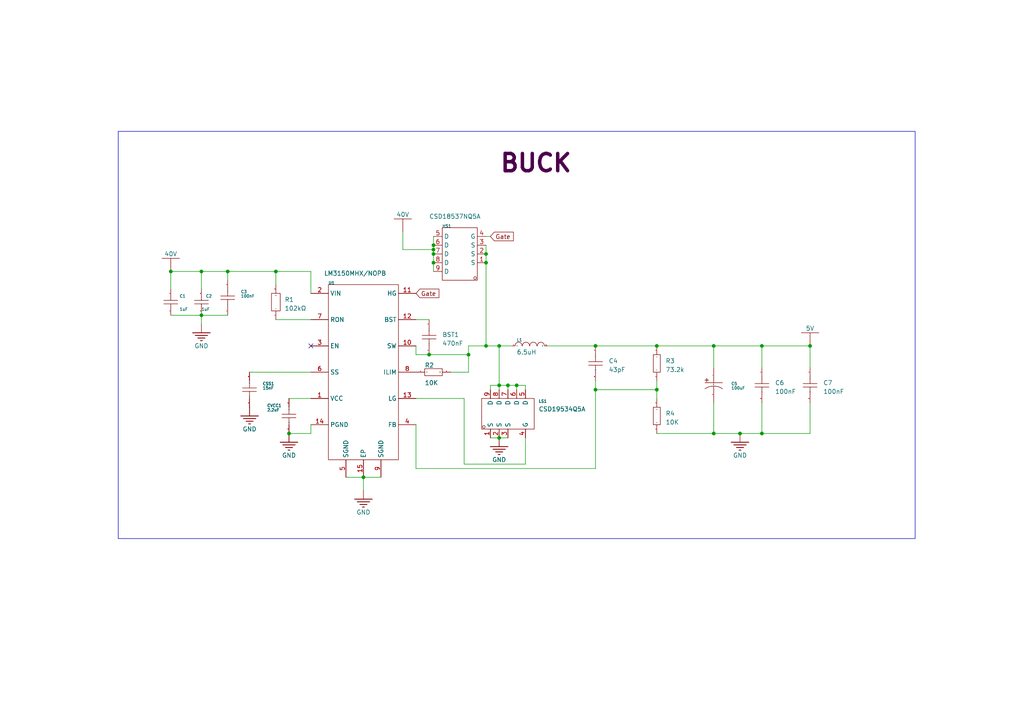
<source format=kicad_sch>
(kicad_sch (version 20231120) (generator "eeschema") (generator_version "8.0")
  (paper "A4")
  (lib_symbols
    (symbol "Power-VCC_1" (power) (pin_numbers hide) (pin_names hide)
      (property "Value" "VCC" (at 0 5.08 0))
      (symbol "Power-VCC_1_1_0"
        (polyline (pts (xy -2.54 3.81) (xy 2.54 3.81)))
        (polyline (pts (xy 0 3.81) (xy 0 1.27)))
        (pin power_in line (at 0 0 90) (length 1.27) (name "5V") (number "1"))
      )
    )
    (symbol "finalhand-easyedapro:CAP"
      (symbol "CAP_1_0"
        (polyline (pts (xy -2.54 0) (xy -0.508 0)))
        (polyline (pts (xy -0.508 -2.032) (xy -0.508 2.032)))
        (polyline (pts (xy 0.508 0) (xy 2.54 0)))
        (polyline (pts (xy 0.508 2.032) (xy 0.508 -2.032)))
        (pin input line (at 5.08 0 180) (length 2.54) (name "1") (number "1"))
        (pin input line (at -5.08 0 0) (length 2.54) (name "2") (number "2"))
      )
    )
    (symbol "finalhand-easyedapro:CRCW0805102KFKEA"
      (property "Reference" "R?" (at 0 0 0))
      (symbol "CRCW0805102KFKEA_1_0"
        (rectangle (start -2.54 -1.27) (end 2.54 1.27))
        (pin unspecified line (at -5.08 0 0) (length 2.54) (name "1") (number "1"))
        (pin unspecified line (at 5.08 0 180) (length 2.54) (name "2") (number "2"))
      )
    )
    (symbol "finalhand-easyedapro:CSD18537NQ5A"
      (property "Reference" "Q?" (at 0 0 0))
      (symbol "CSD18537NQ5A_1_0"
        (rectangle (start -5.08 -7.62) (end 5.08 7.62))
        (circle (center -4.445 6.985) (radius 0.381))
        (pin input line (at -7.62 2.54 0) (length 2.54) (name "S") (number "1"))
        (pin input line (at -7.62 0 0) (length 2.54) (name "S") (number "2"))
        (pin input line (at -7.62 -2.54 0) (length 2.54) (name "S") (number "3"))
        (pin input line (at -7.62 -5.08 0) (length 2.54) (name "G") (number "4"))
        (pin input line (at 7.62 -5.08 180) (length 2.54) (name "D") (number "5"))
        (pin input line (at 7.62 -2.54 180) (length 2.54) (name "D") (number "6"))
        (pin input line (at 7.62 0 180) (length 2.54) (name "D") (number "7"))
        (pin input line (at 7.62 2.54 180) (length 2.54) (name "D") (number "8"))
        (pin input line (at 7.62 5.08 180) (length 2.54) (name "D") (number "9"))
      )
    )
    (symbol "finalhand-easyedapro:CSD19534Q5A"
      (symbol "CSD19534Q5A_1_0"
        (rectangle (start -3.81 5.08) (end 5.08 -10.16))
        (circle (center -3.175 4.445) (radius 0.381))
        (pin input line (at -6.35 2.54 0) (length 2.54) (name "S") (number "1"))
        (pin input line (at -6.35 0 0) (length 2.54) (name "S") (number "2"))
        (pin input line (at -6.35 -2.54 0) (length 2.54) (name "S") (number "3"))
        (pin input line (at -6.35 -7.62 0) (length 2.54) (name "G") (number "4"))
        (pin input line (at 7.62 -7.62 180) (length 2.54) (name "D") (number "5"))
        (pin input line (at 7.62 -5.08 180) (length 2.54) (name "D") (number "6"))
        (pin input line (at 7.62 -2.54 180) (length 2.54) (name "D") (number "7"))
        (pin input line (at 7.62 0 180) (length 2.54) (name "D") (number "8"))
        (pin input line (at 7.5946 2.54 180) (length 2.54) (name "D") (number "9"))
      )
    )
    (symbol "finalhand-easyedapro:EEFCX0J101R"
      (property "Reference" "C?" (at 0 0 0))
      (symbol "EEFCX0J101R_1_0"
        (rectangle (start -2.032 -2.032) (end -1.016 -2.0066))
        (rectangle (start -1.524 -2.54) (end -1.4986 -1.524))
        (polyline (pts (xy -0.762 -2.54) (xy -0.762 2.54)))
        (arc (start 0.254 0) (mid 0.4113 -1.3371) (end 1.016 -2.54))
        (arc (start 1.016 2.54) (mid 0.4113 1.3371) (end 0.254 0))
        (pin input line (at -5.08 0 0) (length 4.318) (name "1") (number "1"))
        (pin input line (at 5.08 0 180) (length 4.826) (name "2") (number "2"))
      )
    )
    (symbol "finalhand-easyedapro:GRM188R72A104KA35D"
      (property "Reference" "C?" (at 0 0 0))
      (symbol "GRM188R72A104KA35D_1_0"
        (polyline (pts (xy -0.508 -2.032) (xy -0.508 2.032)))
        (polyline (pts (xy -0.508 0) (xy -2.54 0)))
        (polyline (pts (xy 0.508 2.032) (xy 0.508 -2.032)))
        (polyline (pts (xy 2.54 0) (xy 0.508 0)))
        (pin input line (at -5.08 0 0) (length 2.54) (name "1") (number "1"))
        (pin input line (at 5.08 0 180) (length 2.54) (name "2") (number "2"))
      )
    )
    (symbol "finalhand-easyedapro:GRM2195C1H153JA01D"
      (property "Reference" "C?" (at 0 0 0))
      (symbol "GRM2195C1H153JA01D_1_0"
        (polyline (pts (xy -0.508 -2.032) (xy -0.508 2.032)))
        (polyline (pts (xy -0.508 0) (xy -2.54 0)))
        (polyline (pts (xy 0.508 2.032) (xy 0.508 -2.032)))
        (polyline (pts (xy 2.54 0) (xy 0.508 0)))
        (pin input line (at -5.08 0 0) (length 2.54) (name "1") (number "1"))
        (pin input line (at 5.08 0 180) (length 2.54) (name "2") (number "2"))
      )
    )
    (symbol "finalhand-easyedapro:GRM21BR71A225KA01L"
      (property "Reference" "C?" (at 0 0 0))
      (symbol "GRM21BR71A225KA01L_1_0"
        (polyline (pts (xy -0.508 -2.032) (xy -0.508 2.032)))
        (polyline (pts (xy -0.508 0) (xy -2.54 0)))
        (polyline (pts (xy 0.508 2.032) (xy 0.508 -2.032)))
        (polyline (pts (xy 2.54 0) (xy 0.508 0)))
        (pin input line (at -5.08 0 0) (length 2.54) (name "1") (number "1"))
        (pin input line (at 5.08 0 180) (length 2.54) (name "2") (number "2"))
      )
    )
    (symbol "finalhand-easyedapro:GRM31CR72A105KA01L"
      (property "Reference" "C?" (at 0 0 0))
      (symbol "GRM31CR72A105KA01L_1_0"
        (polyline (pts (xy -1.27 0) (xy -0.508 0)))
        (polyline (pts (xy -0.508 2.032) (xy -0.508 -2.032)))
        (polyline (pts (xy 0.508 0) (xy 1.27 0)))
        (polyline (pts (xy 0.508 2.032) (xy 0.508 -2.032)))
        (pin input line (at -3.81 0 0) (length 2.54) (name "1") (number "1"))
        (pin input line (at 3.81 0 180) (length 2.54) (name "2") (number "2"))
      )
    )
    (symbol "finalhand-easyedapro:Ground-GND" (power) (pin_numbers hide) (pin_names hide)
      (property "Value" "GND" (at 0 -6.35 0))
      (symbol "Ground-GND_1_0"
        (polyline (pts (xy -2.54 -2.54) (xy 2.54 -2.54)) (stroke (width 0.254)))
        (polyline (pts (xy -1.778 -3.302) (xy 1.778 -3.302)) (stroke (width 0.254)))
        (polyline (pts (xy -1.016 -4.064) (xy 1.016 -4.064)) (stroke (width 0.254)))
        (polyline (pts (xy -0.254 -4.826) (xy 0.254 -4.826)) (stroke (width 0.254)))
        (pin power_in line (at 0 0 270) (length 2.54) (name "") (number "1"))
      )
    )
    (symbol "finalhand-easyedapro:LM3150MHX"
      (symbol "LM3150MHX_1_0"
        (rectangle (start -10.16 17.78) (end 10.16 -33.02))
        (pin input line (at -15.24 -15.24 0) (length 5.08) (name "VCC") (number "1"))
        (pin input line (at 15.24 0 180) (length 5.08) (name "SW") (number "10"))
        (pin input line (at 15.24 15.24 180) (length 5.08) (name "HG") (number "11"))
        (pin input line (at 15.24 7.62 180) (length 5.08) (name "BST") (number "12"))
        (pin input line (at 15.24 -15.24 180) (length 5.08) (name "LG") (number "13"))
        (pin input line (at -15.24 -22.86 0) (length 5.08) (name "PGND") (number "14"))
        (pin input line (at 0 -38.1 90) (length 5.08) (name "EP") (number "15"))
        (pin input line (at -15.24 15.24 0) (length 5.08) (name "VIN") (number "2"))
        (pin input line (at -15.24 0 0) (length 5.08) (name "EN") (number "3"))
        (pin input line (at 15.24 -22.86 180) (length 5.08) (name "FB") (number "4"))
        (pin input line (at -5.08 -38.1 90) (length 5.08) (name "SGND") (number "5"))
        (pin input line (at -15.24 -7.62 0) (length 5.08) (name "SS") (number "6"))
        (pin input line (at -15.24 7.62 0) (length 5.08) (name "RON") (number "7"))
        (pin input line (at 15.24 -7.62 180) (length 5.08) (name "ILIM") (number "8"))
        (pin input line (at 5.08 -38.1 90) (length 5.08) (name "SGND") (number "9"))
      )
    )
    (symbol "finalhand-easyedapro:Power-VCC" (power) (pin_numbers hide) (pin_names hide)
      (property "Value" "VCC" (at 0 5.08 0))
      (symbol "Power-VCC_1_0"
        (polyline (pts (xy -2.54 3.81) (xy 2.54 3.81)))
        (polyline (pts (xy 0 3.81) (xy 0 1.27)))
        (pin power_in line (at 0 0 90) (length 1.27) (name "VARM") (number "1"))
      )
    )
    (symbol "finalhand-easyedapro:Res"
      (symbol "Res_1_0"
        (rectangle (start -2.54 1.016) (end 2.54 -1.016))
        (pin input line (at -5.08 0 0) (length 2.54) (name "1") (number "1"))
        (pin input line (at 5.08 0 180) (length 2.54) (name "2") (number "2"))
      )
    )
    (symbol "finalhand-easyedapro:SRR1208-6R5ML"
      (property "Reference" "D?" (at 0 0 0))
      (symbol "SRR1208-6R5ML_1_0"
        (polyline (pts (xy -4.2672 0) (xy -4.2164 0.4318) (xy -4.2164 0.4318) (xy -4.0132 0.7874) (xy -4.0132 0.7874) (xy -3.6576 1.016) (xy -3.6576 1.016) (xy -3.2512 1.0922) (xy -3.2512 1.0922) (xy -2.8702 1.016) (xy -2.8702 1.016) (xy -2.5146 0.7874) (xy -2.5146 0.7874) (xy -2.3114 0.4064) (xy -2.3114 0.4064) (xy -2.2606 0)))
        (polyline (pts (xy -2.1082 0) (xy -2.0828 0.4318) (xy -2.0828 0.4318) (xy -1.8542 0.7874) (xy -1.8542 0.7874) (xy -1.524 1.016) (xy -1.524 1.016) (xy -1.1176 1.0922) (xy -1.1176 1.0922) (xy -0.7112 1.016) (xy -0.7112 1.016) (xy -0.3556 0.7874) (xy -0.3556 0.7874) (xy -0.1524 0.4318) (xy -0.1524 0.4318) (xy -0.1016 0)))
        (polyline (pts (xy 0 0) (xy 0.0508 0.4318) (xy 0.0508 0.4318) (xy 0.2794 0.7874) (xy 0.2794 0.7874) (xy 0.6096 1.016) (xy 0.6096 1.016) (xy 1.016 1.0922) (xy 1.016 1.0922) (xy 1.4224 1.016) (xy 1.4224 1.016) (xy 1.7526 0.7874) (xy 1.7526 0.7874) (xy 1.9812 0.4318) (xy 1.9812 0.4318) (xy 2.032 0)))
        (polyline (pts (xy 2.2098 0) (xy 2.2606 0.4064) (xy 2.2606 0.4064) (xy 2.4638 0.762) (xy 2.4638 0.762) (xy 2.8194 0.9906) (xy 2.8194 0.9906) (xy 3.2004 1.0922) (xy 3.2004 1.0922) (xy 3.6068 0.9906) (xy 3.6068 0.9906) (xy 3.9624 0.762) (xy 3.9624 0.762) (xy 4.1656 0.4064) (xy 4.1656 0.4064) (xy 4.2164 0)))
        (pin input line (at -5.08 0 0) (length 0.762) (name "1") (number "1"))
        (pin input line (at 5.08 0 180) (length 0.762) (name "2") (number "2"))
      )
    )
  )
  (junction (at 190.5 100.33))
  (junction (at 80.01 78.74))
  (junction (at 140.97 73.66))
  (junction (at 140.97 100.33))
  (junction (at 105.41 138.43))
  (junction (at 190.5 113.03))
  (junction (at 125.73 71.12))
  (junction (at 58.42 91.44))
  (junction (at 125.73 76.2))
  (junction (at 172.72 100.33))
  (junction (at 144.78 100.33))
  (junction (at 149.86 111.76))
  (junction (at 207.01 125.73))
  (junction (at 207.01 100.33))
  (junction (at 49.53 78.74))
  (junction (at 140.97 76.2))
  (junction (at 147.32 111.76))
  (junction (at 125.73 72.39))
  (junction (at 66.04 78.74))
  (junction (at 135.89 102.87))
  (junction (at 144.78 111.76))
  (junction (at 83.82 125.73))
  (junction (at 220.98 100.33))
  (junction (at 172.72 113.03))
  (junction (at 220.98 125.73))
  (junction (at 58.42 78.74))
  (junction (at 125.73 73.66))
  (junction (at 234.95 100.33))
  (junction (at 144.78 127))
  (junction (at 214.63 125.73))
  (junction (at 124.46 102.87))
  (no_connect (at 90.17 100.33))
  (wire (pts (xy 220.98 100.33) (xy 220.98 106.68)))
  (wire (pts (xy 207.01 116.84) (xy 207.01 125.73)))
  (wire (pts (xy 116.84 67.31) (xy 116.84 72.39)))
  (wire (pts (xy 125.73 72.39) (xy 116.84 72.39)))
  (wire (pts (xy 144.78 100.33) (xy 144.78 111.76)))
  (wire (pts (xy 207.01 100.33) (xy 220.98 100.33)))
  (wire (pts (xy 125.73 73.66) (xy 125.73 76.2)))
  (wire (pts (xy 172.72 135.89) (xy 120.65 135.89)))
  (wire (pts (xy 140.97 71.12) (xy 140.97 73.66)))
  (wire (pts (xy 58.42 78.74) (xy 66.04 78.74)))
  (wire (pts (xy 80.01 78.74) (xy 80.01 82.55)))
  (wire (pts (xy 207.01 100.33) (xy 207.01 106.68)))
  (wire (pts (xy 207.01 125.73) (xy 190.5 125.73)))
  (wire (pts (xy 220.98 125.73) (xy 234.95 125.73)))
  (wire (pts (xy 152.4 111.76) (xy 149.86 111.76)))
  (wire (pts (xy 140.97 73.66) (xy 140.97 76.2)))
  (wire (pts (xy 144.78 127) (xy 147.32 127)))
  (wire (pts (xy 172.72 100.33) (xy 158.75 100.33)))
  (wire (pts (xy 207.01 100.33) (xy 190.5 100.33)))
  (wire (pts (xy 83.82 115.5954) (xy 90.17 115.57)))
  (wire (pts (xy 125.73 71.12) (xy 125.73 72.39)))
  (wire (pts (xy 190.5 110.49) (xy 190.5 113.03)))
  (wire (pts (xy 120.65 102.87) (xy 124.46 102.87)))
  (wire (pts (xy 105.41 138.43) (xy 100.33 138.43)))
  (wire (pts (xy 124.46 102.87) (xy 135.89 102.87)))
  (wire (pts (xy 144.78 100.33) (xy 140.97 100.33)))
  (wire (pts (xy 147.32 111.76) (xy 144.78 111.76)))
  (wire (pts (xy 66.04 81.28) (xy 66.04 78.74)))
  (wire (pts (xy 125.73 76.2) (xy 125.73 78.74)))
  (wire (pts (xy 172.72 113.03) (xy 172.72 135.89)))
  (wire (pts (xy 120.65 123.19) (xy 120.65 135.89)))
  (wire (pts (xy 152.4 134.62) (xy 134.62 134.62)))
  (wire (pts (xy 172.72 113.03) (xy 190.5 113.03)))
  (wire (pts (xy 58.42 91.44) (xy 58.42 93.98)))
  (wire (pts (xy 90.17 78.74) (xy 90.17 85.09)))
  (wire (pts (xy 148.59 100.33) (xy 144.78 100.33)))
  (wire (pts (xy 152.4 111.76) (xy 152.4 113.03)))
  (wire (pts (xy 214.63 125.73) (xy 220.98 125.73)))
  (wire (pts (xy 135.89 102.87) (xy 135.89 100.33)))
  (wire (pts (xy 125.73 68.58) (xy 125.73 71.12)))
  (wire (pts (xy 234.95 125.73) (xy 234.95 116.84)))
  (wire (pts (xy 142.24 111.76) (xy 142.24 113.03)))
  (wire (pts (xy 83.82 125.73) (xy 90.17 125.73)))
  (wire (pts (xy 135.89 107.95) (xy 135.89 102.87)))
  (wire (pts (xy 220.98 125.73) (xy 220.98 116.84)))
  (wire (pts (xy 49.53 78.74) (xy 58.42 78.74)))
  (wire (pts (xy 134.62 115.57) (xy 134.62 134.62)))
  (wire (pts (xy 72.3646 107.95) (xy 90.17 107.95)))
  (wire (pts (xy 66.04 78.74) (xy 80.01 78.74)))
  (wire (pts (xy 234.95 100.33) (xy 220.98 100.33)))
  (wire (pts (xy 190.5 113.03) (xy 190.5 115.57)))
  (wire (pts (xy 49.53 78.74) (xy 49.53 83.82)))
  (wire (pts (xy 149.86 111.76) (xy 147.32 111.76)))
  (wire (pts (xy 140.97 76.2) (xy 140.97 100.33)))
  (wire (pts (xy 66.04 91.44) (xy 58.42 91.44)))
  (wire (pts (xy 144.78 111.76) (xy 144.78 113.03)))
  (wire (pts (xy 135.89 100.33) (xy 140.97 100.33)))
  (wire (pts (xy 190.5 100.33) (xy 172.72 100.33)))
  (wire (pts (xy 120.65 102.87) (xy 120.65 100.33)))
  (wire (pts (xy 58.42 83.82) (xy 58.42 78.74)))
  (wire (pts (xy 140.97 68.58) (xy 142.24 68.58)))
  (wire (pts (xy 58.42 91.44) (xy 49.53 91.44)))
  (wire (pts (xy 135.89 107.95) (xy 130.81 107.95)))
  (wire (pts (xy 125.73 72.39) (xy 125.73 73.66)))
  (wire (pts (xy 105.41 138.43) (xy 105.41 142.24)))
  (wire (pts (xy 142.24 127) (xy 144.78 127)))
  (wire (pts (xy 172.72 110.49) (xy 172.72 113.03)))
  (wire (pts (xy 234.95 100.33) (xy 234.95 106.68)))
  (wire (pts (xy 90.17 92.71) (xy 80.01 92.71)))
  (wire (pts (xy 207.01 125.73) (xy 214.63 125.73)))
  (wire (pts (xy 90.17 78.74) (xy 80.01 78.74)))
  (wire (pts (xy 120.65 92.71) (xy 124.46 92.71)))
  (wire (pts (xy 144.78 111.76) (xy 142.24 111.76)))
  (wire (pts (xy 105.41 138.43) (xy 110.49 138.43)))
  (wire (pts (xy 147.32 111.76) (xy 147.32 113.03)))
  (wire (pts (xy 134.62 115.57) (xy 120.65 115.57)))
  (wire (pts (xy 90.17 125.73) (xy 90.17 123.19)))
  (wire (pts (xy 152.4 134.62) (xy 152.4 127)))
  (wire (pts (xy 149.86 111.76) (xy 149.86 113.03)))
  (rectangle (start 34.29 38.1) (end 265.43 156.21))
  (text "BUCK" (at 155.448 47.498 0) (effects (font (size 5 5) (bold yes))))
  (global_label "Gate" (shape input) (at 120.65 85.09 0) (property "Intersheetrefs" "${INTERSHEET_REFS}" (effects (hide yes))))
  (global_label "Gate" (shape input) (at 142.24 68.58 0) (property "Intersheetrefs" "${INTERSHEET_REFS}" (effects (hide yes))))
  (symbol (lib_id "finalhand-easyedapro:SRR1208-6R5ML") (at 153.67 100.33 0) (unit 1) (on_board no)
    (property "Reference" "L1" (at 149.86 99.06 0) (effects (font (size 0.8382 0.8382)) (justify left bottom)))
    (property "Value" "6.5uH" (at 149.86 102.87 0) (effects (justify left bottom)))
    (property "Footprint" "finalhand-easyedapro:IND-SMD_L12.7-W12.7" (effects (hide yes)))
  )
  (symbol (lib_id "finalhand-easyedapro:CSD19534Q5A") (at 144.78 120.65 90) (unit 1) (on_board no)
    (property "Reference" "LS1" (at 156.21 116.84 90) (effects (font (size 0.8382 0.8382)) (justify right top)))
    (property "Value" "CSD19534Q5A" (at 156.21 119.38 90) (effects (justify right top)))
    (property "Footprint" "finalhand-easyedapro:POWERVDFN-8_L6.0-W5.0-P1.27-BL" (effects (hide yes)))
  )
  (symbol (lib_id "finalhand-easyedapro:CAP") (at 124.46 97.79 90) (unit 1) (on_board no)
    (property "Reference" "BST1" (at 128.27 97.79 90) (effects (justify right top)))
    (property "Value" "470nF" (at 128.27 100.33 90) (effects (justify right top)))
    (property "Footprint" "finalhand-easyedapro:C0402" (effects (hide yes)))
  )
  (symbol (lib_id "finalhand-easyedapro:GRM21BR71A225KA01L") (at 83.82 120.65 90) (unit 1) (on_board no)
    (property "Reference" "CVCC1" (at 77.47 118.11 90) (effects (font (size 0.8382 0.8382)) (justify right top)))
    (property "Value" "2.2uF" (at 77.47 119.38 90) (effects (font (size 0.8382 0.8382)) (justify right top)))
    (property "Footprint" "finalhand-easyedapro:C0805" (effects (hide yes)))
  )
  (symbol (lib_id "finalhand-easyedapro:Res") (at 190.5 105.41 90) (unit 1) (on_board no)
    (property "Reference" "R3" (at 193.04 105.41 90) (effects (justify right top)))
    (property "Value" "73.2k" (at 193.04 107.95 90) (effects (justify right top)))
    (property "Footprint" "finalhand-easyedapro:R0402" (effects (hide yes)))
  )
  (symbol (lib_id "finalhand-easyedapro:GRM188R72A104KA35D") (at 66.04 86.36 90) (unit 1) (on_board no)
    (property "Reference" "C3" (at 69.85 85.09 90) (effects (font (size 0.8382 0.8382)) (justify right top)))
    (property "Value" "100nF" (at 69.85 86.36 90) (effects (font (size 0.8382 0.8382)) (justify right top)))
    (property "Footprint" "finalhand-easyedapro:C0603" (effects (hide yes)))
  )
  (symbol (lib_id "finalhand-easyedapro:Power-VCC") (at 49.53 78.74 0) (unit 1)
    (property "Reference" "#PWR01" (effects (hide yes)))
    (property "Value" "40V" (at 49.53 73.66 0))
    (property "Footprint" "finalhand-easyedapro:" (effects (hide yes)))
    (property "Description" "Power symbol creates a global label with name 'VCC'" (effects (hide yes)))
  )
  (symbol (lib_id "finalhand-easyedapro:CAP") (at 172.72 105.41 90) (unit 1) (on_board no)
    (property "Reference" "C4" (at 176.53 105.41 90) (effects (justify right top)))
    (property "Value" "43pF" (at 176.53 107.95 90) (effects (justify right top)))
    (property "Footprint" "finalhand-easyedapro:C0402" (effects (hide yes)))
  )
  (symbol (lib_id "finalhand-easyedapro:CSD18537NQ5A") (at 133.35 73.66 180) (unit 1) (on_board no)
    (property "Reference" "HS1" (at 128.27 66.04 0) (effects (font (size 0.8382 0.8382)) (justify right top)))
    (property "Value" "CSD18537NQ5A" (at 124.46 63.5 0) (effects (justify right top)))
    (property "Footprint" "finalhand-easyedapro:DFN-8_L5.9-W5.2-P1.27-LS6.2-BL" (effects (hide yes)))
  )
  (symbol (lib_id "finalhand-easyedapro:Ground-GND") (at 105.41 142.24 0) (unit 1) (on_board no)
    (property "Reference" "#PWR05" (effects (hide yes)))
    (property "Value" "GND" (at 105.41 148.59 0))
    (property "Footprint" "finalhand-easyedapro:" (effects (hide yes)))
    (property "Description" "Power symbol creates a global label with name 'GND'" (effects (hide yes)))
  )
  (symbol (lib_id "finalhand-easyedapro:GRM31CR72A105KA01L") (at 58.42 87.63 90) (unit 1) (on_board no)
    (property "Reference" "C2" (at 59.69 86.36 90) (effects (font (size 0.8382 0.8382)) (justify right top)))
    (property "Value" "1uF" (at 58.42 90.17 90) (effects (font (size 0.8382 0.8382)) (justify right top)))
    (property "Footprint" "finalhand-easyedapro:C1206" (effects (hide yes)))
  )
  (symbol (lib_id "finalhand-easyedapro:Res") (at 125.73 107.95 0) (unit 1) (on_board no)
    (property "Reference" "R2" (at 123.19 106.68 0) (effects (justify left bottom)))
    (property "Value" "10K" (at 123.19 111.76 0) (effects (justify left bottom)))
    (property "Footprint" "finalhand-easyedapro:R0402" (effects (hide yes)))
  )
  (symbol (lib_id "finalhand-easyedapro:CAP") (at 234.95 111.76 90) (unit 1) (on_board no)
    (property "Reference" "C7" (at 238.76 111.76 90) (effects (justify right top)))
    (property "Value" "100nF" (at 238.76 114.3 90) (effects (justify right top)))
    (property "Footprint" "finalhand-easyedapro:C0402" (effects (hide yes)))
  )
  (symbol (lib_id "finalhand-easyedapro:LM3150MHX") (at 105.41 100.33 0) (unit 1) (on_board no)
    (property "Reference" "U1" (at 95.25 82.55 0) (effects (font (size 0.8382 0.8382)) (justify left bottom)))
    (property "Value" "LM3150MHX/NOPB" (at 93.98 80.01 0) (effects (justify left bottom)))
    (property "Footprint" "finalhand-easyedapro:HTSSOP-14_L5.0-W4.4-P0.65-LS6.4-BL-EP" (effects (hide yes)))
  )
  (symbol (lib_id "finalhand-easyedapro:Ground-GND") (at 72.39 118.11 0) (unit 1) (on_board no)
    (property "Reference" "#PWR03" (effects (hide yes)))
    (property "Value" "GND" (at 72.39 124.46 0))
    (property "Footprint" "finalhand-easyedapro:" (effects (hide yes)))
    (property "Description" "Power symbol creates a global label with name 'GND'" (effects (hide yes)))
  )
  (symbol (lib_id "finalhand-easyedapro:GRM2195C1H153JA01D") (at 72.3646 113.03 90) (unit 1) (on_board no)
    (property "Reference" "CSS1" (at 76.1746 111.76 90) (effects (font (size 0.8382 0.8382)) (justify right top)))
    (property "Value" "15nF" (at 76.1746 113.03 90) (effects (font (size 0.8382 0.8382)) (justify right top)))
    (property "Footprint" "finalhand-easyedapro:C0805" (effects (hide yes)))
  )
  (symbol (lib_id "finalhand-easyedapro:Power-VCC") (at 116.84 67.31 0) (unit 1) (on_board no)
    (property "Reference" "#PWR06" (effects (hide yes)))
    (property "Value" "40V" (at 116.84 62.23 0))
    (property "Footprint" "finalhand-easyedapro:" (effects (hide yes)))
    (property "Description" "Power symbol creates a global label with name 'VCC'" (effects (hide yes)))
  )
  (symbol (lib_id "finalhand-easyedapro:CAP") (at 220.98 111.76 90) (unit 1) (on_board no)
    (property "Reference" "C6" (at 224.79 111.76 90) (effects (justify right top)))
    (property "Value" "100nF" (at 224.79 114.3 90) (effects (justify right top)))
    (property "Footprint" "finalhand-easyedapro:C0402" (effects (hide yes)))
  )
  (symbol (lib_id "finalhand-easyedapro:GRM31CR72A105KA01L") (at 49.53 87.63 90) (unit 1) (on_board no)
    (property "Reference" "C1" (at 52.07 86.36 90) (effects (font (size 0.8382 0.8382)) (justify right top)))
    (property "Value" "1uF" (at 52.07 90.17 90) (effects (font (size 0.8382 0.8382)) (justify right top)))
    (property "Footprint" "finalhand-easyedapro:C1206" (effects (hide yes)))
  )
  (symbol (lib_id "finalhand-easyedapro:Ground-GND") (at 83.82 125.73 0) (unit 1) (on_board no)
    (property "Reference" "#PWR04" (effects (hide yes)))
    (property "Value" "GND" (at 83.82 132.08 0))
    (property "Footprint" "finalhand-easyedapro:" (effects (hide yes)))
    (property "Description" "Power symbol creates a global label with name 'GND'" (effects (hide yes)))
  )
  (symbol (lib_id "finalhand-easyedapro:EEFCX0J101R") (at 207.01 111.76 270) (unit 1) (on_board no)
    (property "Reference" "C5" (at 212.09 111.76 90) (effects (font (size 0.8382 0.8382)) (justify left bottom)))
    (property "Value" "100uF" (at 212.09 113.03 90) (effects (font (size 0.8382 0.8382)) (justify left bottom)))
    (property "Footprint" "finalhand-easyedapro:CAP-SMD_L7.3-W4.3-R-RD" (effects (hide yes)))
  )
  (symbol (lib_id "finalhand-easyedapro:Ground-GND") (at 214.63 125.73 0) (unit 1) (on_board no)
    (property "Reference" "#PWR08" (effects (hide yes)))
    (property "Value" "GND" (at 214.63 132.08 0))
    (property "Footprint" "finalhand-easyedapro:" (effects (hide yes)))
    (property "Description" "Power symbol creates a global label with name 'GND'" (effects (hide yes)))
  )
  (symbol (lib_id "finalhand-easyedapro:Ground-GND") (at 144.78 127 0) (unit 1) (on_board no)
    (property "Reference" "#PWR07" (effects (hide yes)))
    (property "Value" "GND" (at 144.78 133.35 0))
    (property "Footprint" "finalhand-easyedapro:" (effects (hide yes)))
    (property "Description" "Power symbol creates a global label with name 'GND'" (effects (hide yes)))
  )
  (symbol (lib_id "finalhand-easyedapro:Ground-GND") (at 58.42 93.98 0) (unit 1) (on_board no)
    (property "Reference" "#PWR02" (effects (hide yes)))
    (property "Value" "GND" (at 58.42 100.33 0))
    (property "Footprint" "finalhand-easyedapro:" (effects (hide yes)))
    (property "Description" "Power symbol creates a global label with name 'GND'" (effects (hide yes)))
  )
  (symbol (lib_id "finalhand-easyedapro:CRCW0805102KFKEA") (at 80.01 87.63 90) (unit 1) (on_board no)
    (property "Reference" "R1" (at 82.55 87.63 90) (effects (justify right top)))
    (property "Value" "102kΩ" (at 82.55 90.17 90) (effects (justify right top)))
    (property "Footprint" "finalhand-easyedapro:R0805" (effects (hide yes)))
  )
  (symbol (lib_id "finalhand-easyedapro:Res") (at 190.5 120.65 90) (unit 1) (on_board no)
    (property "Reference" "R4" (at 193.04 120.65 90) (effects (justify right top)))
    (property "Value" "10K" (at 193.04 123.19 90) (effects (justify right top)))
    (property "Footprint" "finalhand-easyedapro:R0402" (effects (hide yes)))
  )
  (symbol (lib_name "Power-VCC_1") (lib_id "finalhand-easyedapro:Power-VCC") (at 234.95 100.33 0) (unit 1) (on_board no)
    (property "Reference" "#PWR09" (effects (hide yes)))
    (property "Value" "5V" (at 234.95 95.25 0))
    (property "Footprint" "finalhand-easyedapro:" (effects (hide yes)))
    (property "Description" "Power symbol creates a global label with name 'VCC'" (effects (hide yes)))
  )
)
</source>
